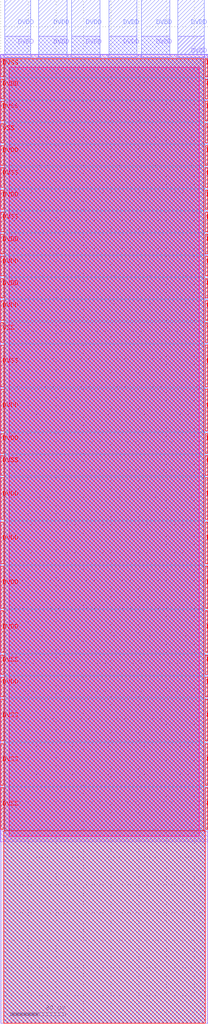
<source format=lef>
VERSION 5.7 ;
  NOWIREEXTENSIONATPIN ON ;
  DIVIDERCHAR "/" ;
  BUSBITCHARS "[]" ;
MACRO gf180mcu_fd_io__dvdd_tail
  CLASS PAD POWER ;
  FOREIGN gf180mcu_fd_io__dvdd_tail ;
  ORIGIN 0.000 0.000 ;
  SIZE 75.000 BY 350.000 ;
  SYMMETRY X Y R90 ;
  SITE GF_IO_Site ;
  PIN DVDD
    DIRECTION INOUT ;
    USE POWER ;
    PORT
      LAYER Metal5 ;
        RECT 74.000 118.000 75.000 125.000 ;
    END
    PORT
      LAYER Metal5 ;
        RECT 74.000 182.000 75.000 197.000 ;
    END
    PORT
      LAYER Metal5 ;
        RECT 74.000 166.000 75.000 181.000 ;
    END
    PORT
      LAYER Metal5 ;
        RECT 74.000 150.000 75.000 165.000 ;
    END
    PORT
      LAYER Metal5 ;
        RECT 74.000 134.000 75.000 149.000 ;
    END
    PORT
      LAYER Metal5 ;
        RECT 74.000 214.000 75.000 229.000 ;
    END
    PORT
      LAYER Metal5 ;
        RECT 74.000 206.000 75.000 213.000 ;
    END
    PORT
      LAYER Metal5 ;
        RECT 74.000 254.000 75.000 261.000 ;
    END
    PORT
      LAYER Metal5 ;
        RECT 74.000 278.000 75.000 285.000 ;
    END
    PORT
      LAYER Metal5 ;
        RECT 74.000 270.000 75.000 277.000 ;
    END
    PORT
      LAYER Metal5 ;
        RECT 74.000 262.000 75.000 269.000 ;
    END
    PORT
      LAYER Metal5 ;
        RECT 74.000 294.000 75.000 301.000 ;
    END
    PORT
      LAYER Metal5 ;
        RECT 74.000 310.000 75.000 317.000 ;
    END
    PORT
      LAYER Metal5 ;
        RECT 74.000 334.000 75.000 341.000 ;
    END
    PORT
      LAYER Metal4 ;
        RECT 74.000 118.000 75.000 125.000 ;
    END
    PORT
      LAYER Metal4 ;
        RECT 74.000 182.000 75.000 197.000 ;
    END
    PORT
      LAYER Metal4 ;
        RECT 74.000 166.000 75.000 181.000 ;
    END
    PORT
      LAYER Metal4 ;
        RECT 74.000 150.000 75.000 165.000 ;
    END
    PORT
      LAYER Metal4 ;
        RECT 74.000 134.000 75.000 149.000 ;
    END
    PORT
      LAYER Metal4 ;
        RECT 74.000 214.000 75.000 229.000 ;
    END
    PORT
      LAYER Metal4 ;
        RECT 74.000 206.000 75.000 213.000 ;
    END
    PORT
      LAYER Metal4 ;
        RECT 74.000 254.000 75.000 261.000 ;
    END
    PORT
      LAYER Metal4 ;
        RECT 74.000 278.000 75.000 285.000 ;
    END
    PORT
      LAYER Metal4 ;
        RECT 74.000 270.000 75.000 277.000 ;
    END
    PORT
      LAYER Metal4 ;
        RECT 74.000 262.000 75.000 269.000 ;
    END
    PORT
      LAYER Metal4 ;
        RECT 74.000 294.000 75.000 301.000 ;
    END
    PORT
      LAYER Metal4 ;
        RECT 74.000 310.000 75.000 317.000 ;
    END
    PORT
      LAYER Metal4 ;
        RECT 74.000 334.000 75.000 341.000 ;
    END
    PORT
      LAYER Metal3 ;
        RECT 74.000 118.000 75.000 125.000 ;
    END
    PORT
      LAYER Metal3 ;
        RECT 74.000 182.000 75.000 197.000 ;
    END
    PORT
      LAYER Metal3 ;
        RECT 74.000 166.000 75.000 181.000 ;
    END
    PORT
      LAYER Metal3 ;
        RECT 74.000 150.000 75.000 165.000 ;
    END
    PORT
      LAYER Metal3 ;
        RECT 74.000 134.000 75.000 149.000 ;
    END
    PORT
      LAYER Metal3 ;
        RECT 74.000 214.000 75.000 229.000 ;
    END
    PORT
      LAYER Metal3 ;
        RECT 74.000 206.000 75.000 213.000 ;
    END
    PORT
      LAYER Metal3 ;
        RECT 74.000 254.000 75.000 261.000 ;
    END
    PORT
      LAYER Metal3 ;
        RECT 74.000 278.000 75.000 285.000 ;
    END
    PORT
      LAYER Metal3 ;
        RECT 74.000 270.000 75.000 277.000 ;
    END
    PORT
      LAYER Metal3 ;
        RECT 74.000 262.000 75.000 269.000 ;
    END
    PORT
      LAYER Metal3 ;
        RECT 74.000 294.000 75.000 301.000 ;
    END
    PORT
      LAYER Metal3 ;
        RECT 74.000 310.000 75.000 317.000 ;
    END
    PORT
      LAYER Metal3 ;
        RECT 74.000 334.000 75.000 341.000 ;
    END
    PORT
      LAYER Metal2 ;
        RECT 1.360 349.000 10.860 356.560 ;
    END
    PORT
      LAYER Metal2 ;
        RECT 13.760 349.000 24.010 356.560 ;
    END
    PORT
      LAYER Metal2 ;
        RECT 25.610 349.000 35.860 356.560 ;
    END
    PORT
      LAYER Metal2 ;
        RECT 39.140 349.000 49.390 356.560 ;
    END
    PORT
      LAYER Metal2 ;
        RECT 50.990 349.000 61.240 356.560 ;
    END
    PORT
      LAYER Metal3 ;
        RECT 0.000 334.000 1.000 341.000 ;
    END
    PORT
      LAYER Metal3 ;
        RECT 0.000 310.000 1.000 317.000 ;
    END
    PORT
      LAYER Metal3 ;
        RECT 0.000 294.000 1.000 301.000 ;
    END
    PORT
      LAYER Metal3 ;
        RECT 0.000 262.000 1.000 269.000 ;
    END
    PORT
      LAYER Metal3 ;
        RECT 0.000 270.000 1.000 277.000 ;
    END
    PORT
      LAYER Metal3 ;
        RECT 0.000 278.000 1.000 285.000 ;
    END
    PORT
      LAYER Metal3 ;
        RECT 0.000 254.000 1.000 261.000 ;
    END
    PORT
      LAYER Metal3 ;
        RECT 0.000 206.000 1.000 213.000 ;
    END
    PORT
      LAYER Metal3 ;
        RECT 0.000 214.000 1.000 229.000 ;
    END
    PORT
      LAYER Metal3 ;
        RECT 0.000 134.000 1.000 149.000 ;
    END
    PORT
      LAYER Metal3 ;
        RECT 0.000 150.000 1.000 165.000 ;
    END
    PORT
      LAYER Metal3 ;
        RECT 0.000 166.000 1.000 181.000 ;
    END
    PORT
      LAYER Metal3 ;
        RECT 0.000 182.000 1.000 197.000 ;
    END
    PORT
      LAYER Metal4 ;
        RECT 0.000 334.000 1.000 341.000 ;
    END
    PORT
      LAYER Metal4 ;
        RECT 0.000 310.000 1.000 317.000 ;
    END
    PORT
      LAYER Metal4 ;
        RECT 0.000 294.000 1.000 301.000 ;
    END
    PORT
      LAYER Metal4 ;
        RECT 0.000 262.000 1.000 269.000 ;
    END
    PORT
      LAYER Metal4 ;
        RECT 0.000 270.000 1.000 277.000 ;
    END
    PORT
      LAYER Metal4 ;
        RECT 0.000 278.000 1.000 285.000 ;
    END
    PORT
      LAYER Metal4 ;
        RECT 0.000 254.000 1.000 261.000 ;
    END
    PORT
      LAYER Metal4 ;
        RECT 0.000 206.000 1.000 213.000 ;
    END
    PORT
      LAYER Metal4 ;
        RECT 0.000 214.000 1.000 229.000 ;
    END
    PORT
      LAYER Metal4 ;
        RECT 0.000 134.000 1.000 149.000 ;
    END
    PORT
      LAYER Metal4 ;
        RECT 0.000 150.000 1.000 165.000 ;
    END
    PORT
      LAYER Metal4 ;
        RECT 0.000 166.000 1.000 181.000 ;
    END
    PORT
      LAYER Metal4 ;
        RECT 0.000 182.000 1.000 197.000 ;
    END
    PORT
      LAYER Metal5 ;
        RECT 0.000 334.000 1.000 341.000 ;
    END
    PORT
      LAYER Metal5 ;
        RECT 0.000 310.000 1.000 317.000 ;
    END
    PORT
      LAYER Metal5 ;
        RECT 0.000 294.000 1.000 301.000 ;
    END
    PORT
      LAYER Metal5 ;
        RECT 0.000 262.000 1.000 269.000 ;
    END
    PORT
      LAYER Metal5 ;
        RECT 0.000 270.000 1.000 277.000 ;
    END
    PORT
      LAYER Metal5 ;
        RECT 0.000 278.000 1.000 285.000 ;
    END
    PORT
      LAYER Metal5 ;
        RECT 0.000 254.000 1.000 261.000 ;
    END
    PORT
      LAYER Metal5 ;
        RECT 0.000 206.000 1.000 213.000 ;
    END
    PORT
      LAYER Metal5 ;
        RECT 0.000 214.000 1.000 229.000 ;
    END
    PORT
      LAYER Metal5 ;
        RECT 0.000 134.000 1.000 149.000 ;
    END
    PORT
      LAYER Metal5 ;
        RECT 0.000 150.000 1.000 165.000 ;
    END
    PORT
      LAYER Metal5 ;
        RECT 0.000 166.000 1.000 181.000 ;
    END
    PORT
      LAYER Metal5 ;
        RECT 0.000 182.000 1.000 197.000 ;
    END
    PORT
      LAYER Metal5 ;
        RECT 0.000 118.000 1.000 125.000 ;
    END
    PORT
      LAYER Metal4 ;
        RECT 0.000 118.000 1.000 125.000 ;
    END
    PORT
      LAYER Metal3 ;
        RECT 0.000 118.000 1.000 125.000 ;
    END
    PORT
      LAYER Metal2 ;
        RECT 64.140 349.000 73.640 350.000 ;
    END
    PORT
      LAYER Metal3 ;
        RECT 1.360 350.000 10.860 369.680 ;
    END
    PORT
      LAYER Metal3 ;
        RECT 13.760 350.000 24.010 369.680 ;
    END
    PORT
      LAYER Metal3 ;
        RECT 25.610 350.000 35.860 369.680 ;
    END
    PORT
      LAYER Metal3 ;
        RECT 39.140 350.000 49.390 369.680 ;
    END
    PORT
      LAYER Metal3 ;
        RECT 50.990 350.000 61.240 369.680 ;
    END
    PORT
      LAYER Metal3 ;
        RECT 64.140 350.000 73.640 369.680 ;
    END
  END DVDD
  PIN DVSS
    DIRECTION INOUT ;
    USE GROUND ;
    PORT
      LAYER Metal5 ;
        RECT 74.000 102.000 75.000 117.000 ;
    END
    PORT
      LAYER Metal5 ;
        RECT 74.000 86.000 75.000 101.000 ;
    END
    PORT
      LAYER Metal5 ;
        RECT 74.000 70.000 75.000 85.000 ;
    END
    PORT
      LAYER Metal5 ;
        RECT 74.000 126.000 75.000 133.000 ;
    END
    PORT
      LAYER Metal5 ;
        RECT 74.000 198.000 75.000 205.000 ;
    END
    PORT
      LAYER Metal5 ;
        RECT 74.000 230.000 75.000 245.000 ;
    END
    PORT
      LAYER Metal5 ;
        RECT 74.000 286.000 75.000 293.000 ;
    END
    PORT
      LAYER Metal5 ;
        RECT 74.000 302.000 75.000 309.000 ;
    END
    PORT
      LAYER Metal5 ;
        RECT 74.000 326.000 75.000 333.000 ;
    END
    PORT
      LAYER Metal5 ;
        RECT 74.000 342.000 75.000 348.390 ;
    END
    PORT
      LAYER Metal4 ;
        RECT 74.000 102.000 75.000 117.000 ;
    END
    PORT
      LAYER Metal4 ;
        RECT 74.000 86.000 75.000 101.000 ;
    END
    PORT
      LAYER Metal4 ;
        RECT 74.000 70.000 75.000 85.000 ;
    END
    PORT
      LAYER Metal4 ;
        RECT 74.000 126.000 75.000 133.000 ;
    END
    PORT
      LAYER Metal4 ;
        RECT 74.000 198.000 75.000 205.000 ;
    END
    PORT
      LAYER Metal4 ;
        RECT 74.000 230.000 75.000 245.000 ;
    END
    PORT
      LAYER Metal4 ;
        RECT 74.000 286.000 75.000 293.000 ;
    END
    PORT
      LAYER Metal4 ;
        RECT 74.000 302.000 75.000 309.000 ;
    END
    PORT
      LAYER Metal4 ;
        RECT 74.000 326.000 75.000 333.000 ;
    END
    PORT
      LAYER Metal4 ;
        RECT 74.000 342.000 75.000 348.390 ;
    END
    PORT
      LAYER Metal3 ;
        RECT 74.000 102.000 75.000 117.000 ;
    END
    PORT
      LAYER Metal3 ;
        RECT 74.000 86.000 75.000 101.000 ;
    END
    PORT
      LAYER Metal3 ;
        RECT 74.000 70.000 75.000 85.000 ;
    END
    PORT
      LAYER Metal3 ;
        RECT 74.000 126.000 75.000 133.000 ;
    END
    PORT
      LAYER Metal3 ;
        RECT 74.000 198.000 75.000 205.000 ;
    END
    PORT
      LAYER Metal3 ;
        RECT 74.000 230.000 75.000 245.000 ;
    END
    PORT
      LAYER Metal3 ;
        RECT 74.000 286.000 75.000 293.000 ;
    END
    PORT
      LAYER Metal3 ;
        RECT 74.000 302.000 75.000 309.000 ;
    END
    PORT
      LAYER Metal3 ;
        RECT 74.000 326.000 75.000 333.000 ;
    END
    PORT
      LAYER Metal3 ;
        RECT 74.000 342.000 75.000 348.390 ;
    END
    PORT
      LAYER Metal3 ;
        RECT 0.000 342.000 1.000 348.390 ;
    END
    PORT
      LAYER Metal3 ;
        RECT 0.000 326.000 1.000 333.000 ;
    END
    PORT
      LAYER Metal3 ;
        RECT 0.000 302.000 1.000 309.000 ;
    END
    PORT
      LAYER Metal3 ;
        RECT 0.000 286.000 1.000 293.000 ;
    END
    PORT
      LAYER Metal3 ;
        RECT 0.000 230.000 1.000 245.000 ;
    END
    PORT
      LAYER Metal3 ;
        RECT 0.000 198.000 1.000 205.000 ;
    END
    PORT
      LAYER Metal3 ;
        RECT 0.000 126.000 1.000 133.000 ;
    END
    PORT
      LAYER Metal3 ;
        RECT 0.000 70.000 1.000 85.000 ;
    END
    PORT
      LAYER Metal3 ;
        RECT 0.000 86.000 1.000 101.000 ;
    END
    PORT
      LAYER Metal4 ;
        RECT 0.000 342.000 1.000 348.390 ;
    END
    PORT
      LAYER Metal4 ;
        RECT 0.000 326.000 1.000 333.000 ;
    END
    PORT
      LAYER Metal4 ;
        RECT 0.000 302.000 1.000 309.000 ;
    END
    PORT
      LAYER Metal4 ;
        RECT 0.000 286.000 1.000 293.000 ;
    END
    PORT
      LAYER Metal4 ;
        RECT 0.000 230.000 1.000 245.000 ;
    END
    PORT
      LAYER Metal4 ;
        RECT 0.000 198.000 1.000 205.000 ;
    END
    PORT
      LAYER Metal4 ;
        RECT 0.000 126.000 1.000 133.000 ;
    END
    PORT
      LAYER Metal4 ;
        RECT 0.000 70.000 1.000 85.000 ;
    END
    PORT
      LAYER Metal4 ;
        RECT 0.000 86.000 1.000 101.000 ;
    END
    PORT
      LAYER Metal5 ;
        RECT 0.000 342.000 1.000 348.390 ;
    END
    PORT
      LAYER Metal5 ;
        RECT 0.000 326.000 1.000 333.000 ;
    END
    PORT
      LAYER Metal5 ;
        RECT 0.000 302.000 1.000 309.000 ;
    END
    PORT
      LAYER Metal5 ;
        RECT 0.000 286.000 1.000 293.000 ;
    END
    PORT
      LAYER Metal5 ;
        RECT 0.000 230.000 1.000 245.000 ;
    END
    PORT
      LAYER Metal5 ;
        RECT 0.000 198.000 1.000 205.000 ;
    END
    PORT
      LAYER Metal5 ;
        RECT 0.000 126.000 1.000 133.000 ;
    END
    PORT
      LAYER Metal5 ;
        RECT 0.000 70.000 1.000 85.000 ;
    END
    PORT
      LAYER Metal5 ;
        RECT 0.000 86.000 1.000 101.000 ;
    END
    PORT
      LAYER Metal5 ;
        RECT 0.000 102.000 1.000 117.000 ;
    END
    PORT
      LAYER Metal4 ;
        RECT 0.000 102.000 1.000 117.000 ;
    END
    PORT
      LAYER Metal3 ;
        RECT 0.000 102.000 1.000 117.000 ;
    END
  END DVSS
  PIN VSS
    DIRECTION INOUT ;
    USE GROUND ;
    PORT
      LAYER Metal5 ;
        RECT 74.000 246.000 75.000 253.000 ;
    END
    PORT
      LAYER Metal5 ;
        RECT 74.000 318.000 75.000 325.000 ;
    END
    PORT
      LAYER Metal4 ;
        RECT 74.000 246.000 75.000 253.000 ;
    END
    PORT
      LAYER Metal4 ;
        RECT 74.000 318.000 75.000 325.000 ;
    END
    PORT
      LAYER Metal3 ;
        RECT 74.000 246.000 75.000 253.000 ;
    END
    PORT
      LAYER Metal3 ;
        RECT 74.000 318.000 75.000 325.000 ;
    END
    PORT
      LAYER Metal3 ;
        RECT 0.000 318.000 1.000 325.000 ;
    END
    PORT
      LAYER Metal4 ;
        RECT 0.000 318.000 1.000 325.000 ;
    END
    PORT
      LAYER Metal5 ;
        RECT 0.000 318.000 1.000 325.000 ;
    END
    PORT
      LAYER Metal5 ;
        RECT 0.000 246.000 1.000 253.000 ;
    END
    PORT
      LAYER Metal4 ;
        RECT 0.000 246.000 1.000 253.000 ;
    END
    PORT
      LAYER Metal3 ;
        RECT 0.000 246.000 1.000 253.000 ;
    END
  END VSS
  OBS
      LAYER Nwell ;
        RECT 3.060 67.480 71.940 345.275 ;
      LAYER Metal1 ;
        RECT -0.160 65.540 75.160 349.785 ;
      LAYER Metal2 ;
        RECT 64.140 350.000 73.640 356.560 ;
        RECT 0.000 348.700 1.060 350.000 ;
        RECT 11.160 348.700 13.460 350.000 ;
        RECT 24.310 348.700 25.310 350.000 ;
        RECT 36.160 348.700 38.840 350.000 ;
        RECT 49.690 348.700 50.690 350.000 ;
        RECT 61.540 348.700 63.840 350.000 ;
        RECT 73.940 348.700 75.000 350.000 ;
        RECT 0.000 0.000 75.000 348.700 ;
      LAYER Metal3 ;
        RECT 1.300 341.700 73.700 348.390 ;
        RECT 1.000 341.300 74.000 341.700 ;
        RECT 1.300 333.700 73.700 341.300 ;
        RECT 1.000 333.300 74.000 333.700 ;
        RECT 1.300 325.700 73.700 333.300 ;
        RECT 1.000 325.300 74.000 325.700 ;
        RECT 1.300 317.700 73.700 325.300 ;
        RECT 1.000 317.300 74.000 317.700 ;
        RECT 1.300 309.700 73.700 317.300 ;
        RECT 1.000 309.300 74.000 309.700 ;
        RECT 1.300 301.700 73.700 309.300 ;
        RECT 1.000 301.300 74.000 301.700 ;
        RECT 1.300 293.700 73.700 301.300 ;
        RECT 1.000 293.300 74.000 293.700 ;
        RECT 1.300 285.700 73.700 293.300 ;
        RECT 1.000 285.300 74.000 285.700 ;
        RECT 1.300 277.700 73.700 285.300 ;
        RECT 1.000 277.300 74.000 277.700 ;
        RECT 1.300 269.700 73.700 277.300 ;
        RECT 1.000 269.300 74.000 269.700 ;
        RECT 1.300 261.700 73.700 269.300 ;
        RECT 1.000 261.300 74.000 261.700 ;
        RECT 1.300 253.700 73.700 261.300 ;
        RECT 1.000 253.300 74.000 253.700 ;
        RECT 1.300 245.700 73.700 253.300 ;
        RECT 1.000 245.300 74.000 245.700 ;
        RECT 1.300 229.700 73.700 245.300 ;
        RECT 1.000 229.300 74.000 229.700 ;
        RECT 1.300 213.700 73.700 229.300 ;
        RECT 1.000 213.300 74.000 213.700 ;
        RECT 1.300 205.700 73.700 213.300 ;
        RECT 1.000 205.300 74.000 205.700 ;
        RECT 1.300 197.700 73.700 205.300 ;
        RECT 1.000 197.300 74.000 197.700 ;
        RECT 1.300 181.700 73.700 197.300 ;
        RECT 1.000 181.300 74.000 181.700 ;
        RECT 1.300 165.700 73.700 181.300 ;
        RECT 1.000 165.300 74.000 165.700 ;
        RECT 1.300 149.700 73.700 165.300 ;
        RECT 1.000 149.300 74.000 149.700 ;
        RECT 1.300 133.700 73.700 149.300 ;
        RECT 1.000 133.300 74.000 133.700 ;
        RECT 1.300 125.700 73.700 133.300 ;
        RECT 1.000 125.300 74.000 125.700 ;
        RECT 1.300 117.700 73.700 125.300 ;
        RECT 1.000 117.300 74.000 117.700 ;
        RECT 1.300 101.700 73.700 117.300 ;
        RECT 1.000 101.300 74.000 101.700 ;
        RECT 1.300 85.700 73.700 101.300 ;
        RECT 1.000 85.300 74.000 85.700 ;
        RECT 1.300 69.700 73.700 85.300 ;
        RECT 1.000 0.000 74.000 69.700 ;
      LAYER Metal4 ;
        RECT 1.300 341.700 73.700 348.390 ;
        RECT 1.000 341.300 74.000 341.700 ;
        RECT 1.300 333.700 73.700 341.300 ;
        RECT 1.000 333.300 74.000 333.700 ;
        RECT 1.300 325.700 73.700 333.300 ;
        RECT 1.000 325.300 74.000 325.700 ;
        RECT 1.300 317.700 73.700 325.300 ;
        RECT 1.000 317.300 74.000 317.700 ;
        RECT 1.300 309.700 73.700 317.300 ;
        RECT 1.000 309.300 74.000 309.700 ;
        RECT 1.300 301.700 73.700 309.300 ;
        RECT 1.000 301.300 74.000 301.700 ;
        RECT 1.300 293.700 73.700 301.300 ;
        RECT 1.000 293.300 74.000 293.700 ;
        RECT 1.300 285.700 73.700 293.300 ;
        RECT 1.000 285.300 74.000 285.700 ;
        RECT 1.300 277.700 73.700 285.300 ;
        RECT 1.000 277.300 74.000 277.700 ;
        RECT 1.300 269.700 73.700 277.300 ;
        RECT 1.000 269.300 74.000 269.700 ;
        RECT 1.300 261.700 73.700 269.300 ;
        RECT 1.000 261.300 74.000 261.700 ;
        RECT 1.300 253.700 73.700 261.300 ;
        RECT 1.000 253.300 74.000 253.700 ;
        RECT 1.300 245.700 73.700 253.300 ;
        RECT 1.000 245.300 74.000 245.700 ;
        RECT 1.300 229.700 73.700 245.300 ;
        RECT 1.000 229.300 74.000 229.700 ;
        RECT 1.300 213.700 73.700 229.300 ;
        RECT 1.000 213.300 74.000 213.700 ;
        RECT 1.300 205.700 73.700 213.300 ;
        RECT 1.000 205.300 74.000 205.700 ;
        RECT 1.300 197.700 73.700 205.300 ;
        RECT 1.000 197.300 74.000 197.700 ;
        RECT 1.300 181.700 73.700 197.300 ;
        RECT 1.000 181.300 74.000 181.700 ;
        RECT 1.300 165.700 73.700 181.300 ;
        RECT 1.000 165.300 74.000 165.700 ;
        RECT 1.300 149.700 73.700 165.300 ;
        RECT 1.000 149.300 74.000 149.700 ;
        RECT 1.300 133.700 73.700 149.300 ;
        RECT 1.000 133.300 74.000 133.700 ;
        RECT 1.300 125.700 73.700 133.300 ;
        RECT 1.000 125.300 74.000 125.700 ;
        RECT 1.300 117.700 73.700 125.300 ;
        RECT 1.000 117.300 74.000 117.700 ;
        RECT 1.300 101.700 73.700 117.300 ;
        RECT 1.000 101.300 74.000 101.700 ;
        RECT 1.300 85.700 73.700 101.300 ;
        RECT 1.000 85.300 74.000 85.700 ;
        RECT 1.300 69.700 73.700 85.300 ;
        RECT 1.000 0.000 74.000 69.700 ;
      LAYER Metal5 ;
        RECT 1.500 69.500 73.500 348.390 ;
        RECT 1.000 0.000 74.000 69.500 ;
  END
END gf180mcu_fd_io__dvdd_tail
END LIBRARY


</source>
